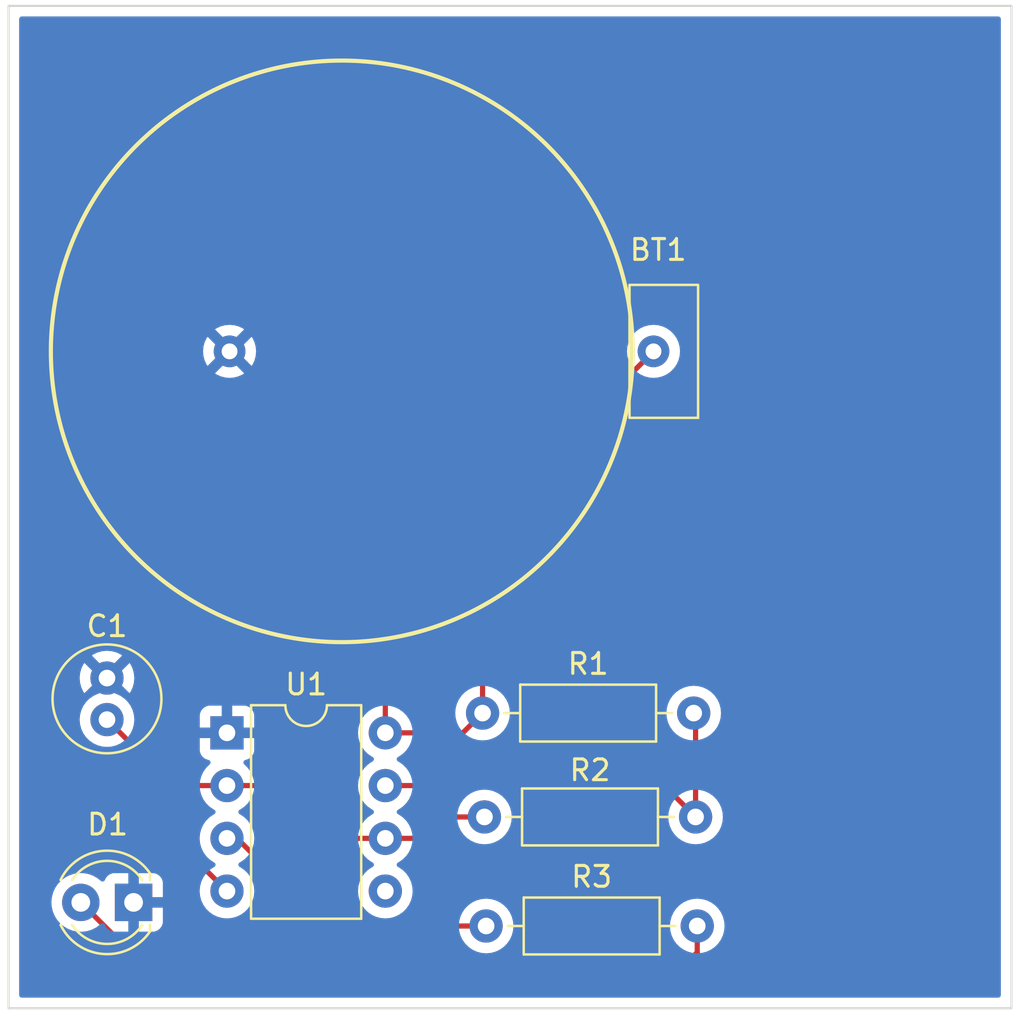
<source format=kicad_pcb>
(kicad_pcb (version 20211014) (generator pcbnew)
  (title_block (title "Getting to Blinky") (date "2022-06-19") (rev "0"))
  (layers (0 "F.Cu" signal) (31 "B.Cu" signal) (34 "B.Paste" user) (35 "F.Paste" user) (36 "B.SilkS" user "B.Silkscreen") (37 "F.SilkS" user "F.Silkscreen") (38 "B.Mask" user) (39 "F.Mask" user) (44 "Edge.Cuts" user))
  (net 0 "")
  (net 1 "Net-(BT1-Pad1)")
  (net 2 "GND")
  (net 3 "Net-(C1-Pad1)")
  (net 4 "Net-(D1-Pad2)")
  (net 5 "Net-(R1-Pad2)")
  (net 6 "Net-(R3-Pad1)")
  (footprint "Capacitor_THT:C_Radial_D5.0mm_H11.0mm_P2.00mm" (layer "F.Cu") (at 115.13 111.1 90)
    (fp_text reference "C1" (at 4.5 0) (layer "F.SilkS"))
    (fp_text value "1u" hide)
    (fp_circle (center 1 0) (end 3.62 0) (layer "F.SilkS") (width 0.12) (fill none))
    (pad "1" thru_hole circle (at 0 0 90) (size 1.6 1.6) (drill 0.8) (layers *.Cu *.Mask) (net 3 "Net-(C1-Pad1)"))
    (pad "2" thru_hole circle (at 2 0 90) (size 1.6 1.6) (drill 0.8) (layers *.Cu *.Mask) (net 2 "GND"))
  )
  (footprint "Resistor_THT:R_Axial_DIN0207_L6.3mm_D2.5mm_P10.16mm_Horizontal" (layer "F.Cu") (at 143.454 115.786 180)
    (fp_text reference "R2" (at 5.08 2.25) (layer "F.SilkS"))
    (fp_text value "100k" hide)
    (fp_line (start 8.35 -1.37) (end 1.81 -1.37) (layer "F.SilkS") (width 0.12))
    (fp_line (start 1.81 -1.37) (end 1.81 1.37) (layer "F.SilkS") (width 0.12))
    (fp_line (start 8.35 1.37) (end 8.35 -1.37) (layer "F.SilkS") (width 0.12))
    (fp_line (start 1.04 0) (end 1.81 0) (layer "F.SilkS") (width 0.12))
    (fp_line (start 1.81 1.37) (end 8.35 1.37) (layer "F.SilkS") (width 0.12))
    (fp_line (start 9.12 0) (end 8.35 0) (layer "F.SilkS") (width 0.12))
    (pad "1" thru_hole circle (at 0 0 180) (size 1.6 1.6) (drill 0.8) (layers *.Cu *.Mask) (net 5 "Net-(R1-Pad2)"))
    (pad "2" thru_hole oval (at 10.16 0 180) (size 1.6 1.6) (drill 0.8) (layers *.Cu *.Mask) (net 3 "Net-(C1-Pad1)"))
  )
  (footprint "LED_THT:LED_D4.0mm" (layer "F.Cu") (at 116.41 119.9 180)
    (fp_text reference "D1" (at 1.25 3.75) (layer "F.SilkS"))
    (fp_text value "LED")
    (fp_line (start -0.79 -1.399) (end -0.79 -1.08) (layer "F.SilkS") (width 0.12))
    (fp_line (start -0.79 1.08) (end -0.79 1.399) (layer "F.SilkS") (width 0.12))
    (fp_arc (start 3.513242 1.080724) (mid 1.453519 2.483228) (end -0.79 1.398749) (layer "F.SilkS") (width 0.12))
    (fp_arc (start -0.41333 -1.08) (mid 1.269429 -2) (end 2.952713 -1.080961) (layer "F.SilkS") (width 0.12))
    (fp_arc (start 2.952713 1.080961) (mid 1.269429 2) (end -0.41333 1.08) (layer "F.SilkS") (width 0.12))
    (fp_arc (start -0.79 -1.398749) (mid 1.453519 -2.483228) (end 3.513242 -1.080724) (layer "F.SilkS") (width 0.12))
    (pad "1" thru_hole rect (at 0 0 180) (size 1.8 1.8) (drill 0.9) (layers *.Cu *.Mask) (net 2 "GND"))
    (pad "2" thru_hole circle (at 2.54 0 180) (size 1.8 1.8) (drill 0.9) (layers *.Cu *.Mask) (net 4 "Net-(D1-Pad2)"))
  )
  (footprint "Package_DIP:DIP-8_W7.62mm" (layer "F.Cu") (at 120.904 111.736)
    (fp_text reference "U1" (at 3.81 -2.33) (layer "F.SilkS"))
    (fp_text value "NTE955MC")
    (fp_line (start 6.46 -1.33) (end 4.81 -1.33) (layer "F.SilkS") (width 0.12))
    (fp_line (start 2.81 -1.33) (end 1.16 -1.33) (layer "F.SilkS") (width 0.12))
    (fp_line (start 6.46 8.95) (end 6.46 -1.33) (layer "F.SilkS") (width 0.12))
    (fp_line (start 1.16 8.95) (end 6.46 8.95) (layer "F.SilkS") (width 0.12))
    (fp_line (start 1.16 -1.33) (end 1.16 8.95) (layer "F.SilkS") (width 0.12))
    (fp_arc (start 4.81 -1.33) (mid 3.81 -0.33) (end 2.81 -1.33) (layer "F.SilkS") (width 0.12))
    (pad "1" thru_hole rect (at 0 0) (size 1.6 1.6) (drill 0.8) (layers *.Cu *.Mask) (net 2 "GND"))
    (pad "2" thru_hole oval (at 0 2.54) (size 1.6 1.6) (drill 0.8) (layers *.Cu *.Mask) (net 3 "Net-(C1-Pad1)"))
    (pad "3" thru_hole oval (at 0 5.08) (size 1.6 1.6) (drill 0.8) (layers *.Cu *.Mask) (net 6 "Net-(R3-Pad1)"))
    (pad "4" thru_hole oval (at 0 7.62) (size 1.6 1.6) (drill 0.8) (layers *.Cu *.Mask) (net 1 "Net-(BT1-Pad1)"))
    (pad "5" thru_hole oval (at 7.62 7.62) (size 1.6 1.6) (drill 0.8) (layers *.Cu *.Mask))
    (pad "6" thru_hole oval (at 7.62 5.08) (size 1.6 1.6) (drill 0.8) (layers *.Cu *.Mask) (net 3 "Net-(C1-Pad1)"))
    (pad "7" thru_hole oval (at 7.62 2.54) (size 1.6 1.6) (drill 0.8) (layers *.Cu *.Mask) (net 5 "Net-(R1-Pad2)"))
    (pad "8" thru_hole oval (at 7.62 0) (size 1.6 1.6) (drill 0.8) (layers *.Cu *.Mask) (net 1 "Net-(BT1-Pad1)"))
  )
  (footprint "projFootprintLib:Coin_Cell_Battery_Holder_3V_PN_107_THT" (layer "F.Cu") (at 126.4294 93.370068 180)
    (fp_text reference "BT1" (at -15.2246 4.884068 unlocked) (layer "F.SilkS"))
    (fp_text value "CR3022")
    (fp_rect (start -17.145 -3.2) (end -13.845 3.2) (layer "F.SilkS") (width 0.12) (fill none))
    (fp_circle (center 0 0) (end 14 0) (layer "F.SilkS") (width 0.2) (fill none))
    (pad "1" thru_hole circle (at -15 0 180) (size 1.524 1.524) (drill 0.762) (layers *.Cu *.Mask) (net 1 "Net-(BT1-Pad1)"))
    (pad "2" thru_hole circle (at 5.4 0 180) (size 1.524 1.524) (drill 0.762) (layers *.Cu *.Mask) (net 2 "GND"))
  )
  (footprint "Resistor_THT:R_Axial_DIN0207_L6.3mm_D2.5mm_P10.16mm_Horizontal" (layer "F.Cu") (at 133.204 110.786)
    (fp_text reference "R1" (at 5.08 -2.37) (layer "F.SilkS"))
    (fp_text value "1k" hide)
    (fp_line (start 1.04 0) (end 1.81 0) (layer "F.SilkS") (width 0.12))
    (fp_line (start 1.81 1.37) (end 8.35 1.37) (layer "F.SilkS") (width 0.12))
    (fp_line (start 8.35 -1.37) (end 1.81 -1.37) (layer "F.SilkS") (width 0.12))
    (fp_line (start 8.35 1.37) (end 8.35 -1.37) (layer "F.SilkS") (width 0.12))
    (fp_line (start 1.81 -1.37) (end 1.81 1.37) (layer "F.SilkS") (width 0.12))
    (fp_line (start 9.12 0) (end 8.35 0) (layer "F.SilkS") (width 0.12))
    (pad "1" thru_hole circle (at 0 0) (size 1.6 1.6) (drill 0.8) (layers *.Cu *.Mask) (net 1 "Net-(BT1-Pad1)"))
    (pad "2" thru_hole oval (at 10.16 0) (size 1.6 1.6) (drill 0.8) (layers *.Cu *.Mask) (net 5 "Net-(R1-Pad2)"))
  )
  (footprint "Resistor_THT:R_Axial_DIN0207_L6.3mm_D2.5mm_P10.16mm_Horizontal" (layer "F.Cu") (at 133.374 121.036)
    (fp_text reference "R3" (at 5.08 -2.37) (layer "F.SilkS"))
    (fp_text value "470" hide)
    (fp_line (start 1.04 0) (end 1.81 0) (layer "F.SilkS") (width 0.12))
    (fp_line (start 1.81 -1.37) (end 1.81 1.37) (layer "F.SilkS") (width 0.12))
    (fp_line (start 8.35 1.37) (end 8.35 -1.37) (layer "F.SilkS") (width 0.12))
    (fp_line (start 8.35 -1.37) (end 1.81 -1.37) (layer "F.SilkS") (width 0.12))
    (fp_line (start 1.81 1.37) (end 8.35 1.37) (layer "F.SilkS") (width 0.12))
    (fp_line (start 9.12 0) (end 8.35 0) (layer "F.SilkS") (width 0.12))
    (pad "1" thru_hole circle (at 0 0) (size 1.6 1.6) (drill 0.8) (layers *.Cu *.Mask) (net 6 "Net-(R3-Pad1)"))
    (pad "2" thru_hole oval (at 10.16 0) (size 1.6 1.6) (drill 0.8) (layers *.Cu *.Mask) (net 4 "Net-(D1-Pad2)"))
  )
  (gr_rect (start 110.394 76.736) (end 158.654 124.996) (layer "Edge.Cuts") (width 0.1) (fill none))
  (segment (start 111.61 112.77) (end 111.61 103.27) (width 0.25) (layer "F.Cu") (net 1))
  (segment (start 114.34 103.27) (end 119.43 108.36) (width 0.25) (layer "F.Cu") (net 1))
  (segment (start 115.508 113.96) (end 112.8 113.96) (width 0.25) (layer "F.Cu") (net 1))
  (segment (start 133.204 101.595468) (end 141.4294 93.370068) (width 0.25) (layer "F.Cu") (net 1))
  (segment (start 133.204 110.786) (end 133.204 101.595468) (width 0.25) (layer "F.Cu") (net 1))
  (segment (start 132.254 111.736) (end 133.204 110.786) (width 0.25) (layer "F.Cu") (net 1))
  (segment (start 128.1 108.36) (end 128.524 108.784) (width 0.25) (layer "F.Cu") (net 1))
  (segment (start 111.61 103.27) (end 114.34 103.27) (width 0.25) (layer "F.Cu") (net 1))
  (segment (start 128.524 108.784) (end 128.524 111.736) (width 0.25) (layer "F.Cu") (net 1))
  (segment (start 128.524 111.736) (end 132.254 111.736) (width 0.25) (layer "F.Cu") (net 1))
  (segment (start 119.43 108.36) (end 128.1 108.36) (width 0.25) (layer "F.Cu") (net 1))
  (segment (start 120.904 119.356) (end 115.508 113.96) (width 0.25) (layer "F.Cu") (net 1))
  (segment (start 112.8 113.96) (end 111.61 112.77) (width 0.25) (layer "F.Cu") (net 1))
  (segment (start 131.864 115.786) (end 130.81 116.84) (width 0.25) (layer "F.Cu") (net 3))
  (segment (start 133.294 115.786) (end 131.864 115.786) (width 0.25) (layer "F.Cu") (net 3))
  (segment (start 120.904 114.276) (end 118.306 114.276) (width 0.25) (layer "F.Cu") (net 3))
  (segment (start 118.306 114.276) (end 115.13 111.1) (width 0.25) (layer "F.Cu") (net 3))
  (segment (start 130.81 116.84) (end 130.786 116.816) (width 0.25) (layer "F.Cu") (net 3))
  (segment (start 124.436 114.276) (end 120.904 114.276) (width 0.25) (layer "F.Cu") (net 3))
  (segment (start 126.976 116.816) (end 124.436 114.276) (width 0.25) (layer "F.Cu") (net 3))
  (segment (start 128.524 116.816) (end 126.976 116.816) (width 0.25) (layer "F.Cu") (net 3))
  (segment (start 130.786 116.816) (end 128.524 116.816) (width 0.25) (layer "F.Cu") (net 3))
  (segment (start 117.65 123.68) (end 113.87 119.9) (width 0.25) (layer "F.Cu") (net 4))
  (segment (start 143.534 122.306) (end 142.16 123.68) (width 0.25) (layer "F.Cu") (net 4))
  (segment (start 143.534 121.036) (end 143.534 122.306) (width 0.25) (layer "F.Cu") (net 4))
  (segment (start 142.16 123.68) (end 117.65 123.68) (width 0.25) (layer "F.Cu") (net 4))
  (segment (start 128.524 114.276) (end 141.944 114.276) (width 0.25) (layer "F.Cu") (net 5))
  (segment (start 143.454 110.876) (end 143.364 110.786) (width 0.25) (layer "F.Cu") (net 5))
  (segment (start 141.944 114.276) (end 143.454 115.786) (width 0.25) (layer "F.Cu") (net 5))
  (segment (start 143.454 115.786) (end 143.454 110.876) (width 0.25) (layer "F.Cu") (net 5))
  (segment (start 125.608 121.036) (end 121.388 116.816) (width 0.25) (layer "F.Cu") (net 6))
  (segment (start 133.374 121.036) (end 125.608 121.036) (width 0.25) (layer "F.Cu") (net 6))
  (segment (start 121.388 116.816) (end 120.904 116.816) (width 0.25) (layer "F.Cu") (net 6))
  (zone (net 2) (net_name "GND") (layer "B.Cu") (connect_pads (clearance 0.508)) (min_thickness 0.254) (fill yes (thermal_gap 0.508) (thermal_bridge_width 0.508))
    (polygon (pts (xy 159.258 125.476) (xy 109.982 125.476) (xy 109.982 76.454) (xy 159.258 76.454)))
  )
)
</source>
